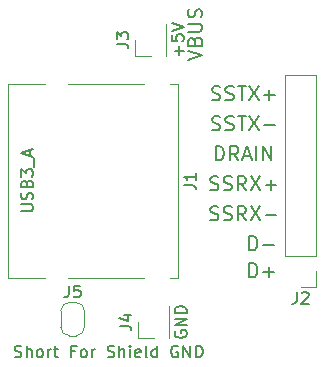
<source format=gbr>
%TF.GenerationSoftware,KiCad,Pcbnew,5.1.6+dfsg1-1*%
%TF.CreationDate,2021-09-27T21:48:19-05:00*%
%TF.ProjectId,USB-BREAKOUT,5553422d-4252-4454-914b-4f55542e6b69,rev?*%
%TF.SameCoordinates,Original*%
%TF.FileFunction,Legend,Top*%
%TF.FilePolarity,Positive*%
%FSLAX46Y46*%
G04 Gerber Fmt 4.6, Leading zero omitted, Abs format (unit mm)*
G04 Created by KiCad (PCBNEW 5.1.6+dfsg1-1) date 2021-09-27 21:48:19*
%MOMM*%
%LPD*%
G01*
G04 APERTURE LIST*
%ADD10C,0.150000*%
%ADD11C,0.120000*%
G04 APERTURE END LIST*
D10*
X91798857Y-53000000D02*
X92998857Y-52600000D01*
X91798857Y-52200000D01*
X92370285Y-51400000D02*
X92427428Y-51228571D01*
X92484571Y-51171428D01*
X92598857Y-51114285D01*
X92770285Y-51114285D01*
X92884571Y-51171428D01*
X92941714Y-51228571D01*
X92998857Y-51342857D01*
X92998857Y-51800000D01*
X91798857Y-51800000D01*
X91798857Y-51400000D01*
X91856000Y-51285714D01*
X91913142Y-51228571D01*
X92027428Y-51171428D01*
X92141714Y-51171428D01*
X92256000Y-51228571D01*
X92313142Y-51285714D01*
X92370285Y-51400000D01*
X92370285Y-51800000D01*
X91798857Y-50600000D02*
X92770285Y-50600000D01*
X92884571Y-50542857D01*
X92941714Y-50485714D01*
X92998857Y-50371428D01*
X92998857Y-50142857D01*
X92941714Y-50028571D01*
X92884571Y-49971428D01*
X92770285Y-49914285D01*
X91798857Y-49914285D01*
X92941714Y-49400000D02*
X92998857Y-49228571D01*
X92998857Y-48942857D01*
X92941714Y-48828571D01*
X92884571Y-48771428D01*
X92770285Y-48714285D01*
X92656000Y-48714285D01*
X92541714Y-48771428D01*
X92484571Y-48828571D01*
X92427428Y-48942857D01*
X92370285Y-49171428D01*
X92313142Y-49285714D01*
X92256000Y-49342857D01*
X92141714Y-49400000D01*
X92027428Y-49400000D01*
X91913142Y-49342857D01*
X91856000Y-49285714D01*
X91798857Y-49171428D01*
X91798857Y-48885714D01*
X91856000Y-48714285D01*
X96986857Y-69122857D02*
X96986857Y-67922857D01*
X97272571Y-67922857D01*
X97444000Y-67980000D01*
X97558285Y-68094285D01*
X97615428Y-68208571D01*
X97672571Y-68437142D01*
X97672571Y-68608571D01*
X97615428Y-68837142D01*
X97558285Y-68951428D01*
X97444000Y-69065714D01*
X97272571Y-69122857D01*
X96986857Y-69122857D01*
X98186857Y-68665714D02*
X99101142Y-68665714D01*
X96986857Y-71408857D02*
X96986857Y-70208857D01*
X97272571Y-70208857D01*
X97444000Y-70266000D01*
X97558285Y-70380285D01*
X97615428Y-70494571D01*
X97672571Y-70723142D01*
X97672571Y-70894571D01*
X97615428Y-71123142D01*
X97558285Y-71237428D01*
X97444000Y-71351714D01*
X97272571Y-71408857D01*
X96986857Y-71408857D01*
X98186857Y-70951714D02*
X99101142Y-70951714D01*
X98644000Y-71408857D02*
X98644000Y-70494571D01*
X93691428Y-66525714D02*
X93862857Y-66582857D01*
X94148571Y-66582857D01*
X94262857Y-66525714D01*
X94320000Y-66468571D01*
X94377142Y-66354285D01*
X94377142Y-66240000D01*
X94320000Y-66125714D01*
X94262857Y-66068571D01*
X94148571Y-66011428D01*
X93920000Y-65954285D01*
X93805714Y-65897142D01*
X93748571Y-65840000D01*
X93691428Y-65725714D01*
X93691428Y-65611428D01*
X93748571Y-65497142D01*
X93805714Y-65440000D01*
X93920000Y-65382857D01*
X94205714Y-65382857D01*
X94377142Y-65440000D01*
X94834285Y-66525714D02*
X95005714Y-66582857D01*
X95291428Y-66582857D01*
X95405714Y-66525714D01*
X95462857Y-66468571D01*
X95520000Y-66354285D01*
X95520000Y-66240000D01*
X95462857Y-66125714D01*
X95405714Y-66068571D01*
X95291428Y-66011428D01*
X95062857Y-65954285D01*
X94948571Y-65897142D01*
X94891428Y-65840000D01*
X94834285Y-65725714D01*
X94834285Y-65611428D01*
X94891428Y-65497142D01*
X94948571Y-65440000D01*
X95062857Y-65382857D01*
X95348571Y-65382857D01*
X95520000Y-65440000D01*
X96720000Y-66582857D02*
X96320000Y-66011428D01*
X96034285Y-66582857D02*
X96034285Y-65382857D01*
X96491428Y-65382857D01*
X96605714Y-65440000D01*
X96662857Y-65497142D01*
X96720000Y-65611428D01*
X96720000Y-65782857D01*
X96662857Y-65897142D01*
X96605714Y-65954285D01*
X96491428Y-66011428D01*
X96034285Y-66011428D01*
X97120000Y-65382857D02*
X97920000Y-66582857D01*
X97920000Y-65382857D02*
X97120000Y-66582857D01*
X98377142Y-66125714D02*
X99291428Y-66125714D01*
X93691428Y-63985714D02*
X93862857Y-64042857D01*
X94148571Y-64042857D01*
X94262857Y-63985714D01*
X94320000Y-63928571D01*
X94377142Y-63814285D01*
X94377142Y-63700000D01*
X94320000Y-63585714D01*
X94262857Y-63528571D01*
X94148571Y-63471428D01*
X93920000Y-63414285D01*
X93805714Y-63357142D01*
X93748571Y-63300000D01*
X93691428Y-63185714D01*
X93691428Y-63071428D01*
X93748571Y-62957142D01*
X93805714Y-62900000D01*
X93920000Y-62842857D01*
X94205714Y-62842857D01*
X94377142Y-62900000D01*
X94834285Y-63985714D02*
X95005714Y-64042857D01*
X95291428Y-64042857D01*
X95405714Y-63985714D01*
X95462857Y-63928571D01*
X95520000Y-63814285D01*
X95520000Y-63700000D01*
X95462857Y-63585714D01*
X95405714Y-63528571D01*
X95291428Y-63471428D01*
X95062857Y-63414285D01*
X94948571Y-63357142D01*
X94891428Y-63300000D01*
X94834285Y-63185714D01*
X94834285Y-63071428D01*
X94891428Y-62957142D01*
X94948571Y-62900000D01*
X95062857Y-62842857D01*
X95348571Y-62842857D01*
X95520000Y-62900000D01*
X96720000Y-64042857D02*
X96320000Y-63471428D01*
X96034285Y-64042857D02*
X96034285Y-62842857D01*
X96491428Y-62842857D01*
X96605714Y-62900000D01*
X96662857Y-62957142D01*
X96720000Y-63071428D01*
X96720000Y-63242857D01*
X96662857Y-63357142D01*
X96605714Y-63414285D01*
X96491428Y-63471428D01*
X96034285Y-63471428D01*
X97120000Y-62842857D02*
X97920000Y-64042857D01*
X97920000Y-62842857D02*
X97120000Y-64042857D01*
X98377142Y-63585714D02*
X99291428Y-63585714D01*
X98834285Y-64042857D02*
X98834285Y-63128571D01*
X94177142Y-61502857D02*
X94177142Y-60302857D01*
X94462857Y-60302857D01*
X94634285Y-60360000D01*
X94748571Y-60474285D01*
X94805714Y-60588571D01*
X94862857Y-60817142D01*
X94862857Y-60988571D01*
X94805714Y-61217142D01*
X94748571Y-61331428D01*
X94634285Y-61445714D01*
X94462857Y-61502857D01*
X94177142Y-61502857D01*
X96062857Y-61502857D02*
X95662857Y-60931428D01*
X95377142Y-61502857D02*
X95377142Y-60302857D01*
X95834285Y-60302857D01*
X95948571Y-60360000D01*
X96005714Y-60417142D01*
X96062857Y-60531428D01*
X96062857Y-60702857D01*
X96005714Y-60817142D01*
X95948571Y-60874285D01*
X95834285Y-60931428D01*
X95377142Y-60931428D01*
X96520000Y-61160000D02*
X97091428Y-61160000D01*
X96405714Y-61502857D02*
X96805714Y-60302857D01*
X97205714Y-61502857D01*
X97605714Y-61502857D02*
X97605714Y-60302857D01*
X98177142Y-61502857D02*
X98177142Y-60302857D01*
X98862857Y-61502857D01*
X98862857Y-60302857D01*
X93834285Y-58905714D02*
X94005714Y-58962857D01*
X94291428Y-58962857D01*
X94405714Y-58905714D01*
X94462857Y-58848571D01*
X94520000Y-58734285D01*
X94520000Y-58620000D01*
X94462857Y-58505714D01*
X94405714Y-58448571D01*
X94291428Y-58391428D01*
X94062857Y-58334285D01*
X93948571Y-58277142D01*
X93891428Y-58220000D01*
X93834285Y-58105714D01*
X93834285Y-57991428D01*
X93891428Y-57877142D01*
X93948571Y-57820000D01*
X94062857Y-57762857D01*
X94348571Y-57762857D01*
X94520000Y-57820000D01*
X94977142Y-58905714D02*
X95148571Y-58962857D01*
X95434285Y-58962857D01*
X95548571Y-58905714D01*
X95605714Y-58848571D01*
X95662857Y-58734285D01*
X95662857Y-58620000D01*
X95605714Y-58505714D01*
X95548571Y-58448571D01*
X95434285Y-58391428D01*
X95205714Y-58334285D01*
X95091428Y-58277142D01*
X95034285Y-58220000D01*
X94977142Y-58105714D01*
X94977142Y-57991428D01*
X95034285Y-57877142D01*
X95091428Y-57820000D01*
X95205714Y-57762857D01*
X95491428Y-57762857D01*
X95662857Y-57820000D01*
X96005714Y-57762857D02*
X96691428Y-57762857D01*
X96348571Y-58962857D02*
X96348571Y-57762857D01*
X96977142Y-57762857D02*
X97777142Y-58962857D01*
X97777142Y-57762857D02*
X96977142Y-58962857D01*
X98234285Y-58505714D02*
X99148571Y-58505714D01*
X93834285Y-56365714D02*
X94005714Y-56422857D01*
X94291428Y-56422857D01*
X94405714Y-56365714D01*
X94462857Y-56308571D01*
X94520000Y-56194285D01*
X94520000Y-56080000D01*
X94462857Y-55965714D01*
X94405714Y-55908571D01*
X94291428Y-55851428D01*
X94062857Y-55794285D01*
X93948571Y-55737142D01*
X93891428Y-55680000D01*
X93834285Y-55565714D01*
X93834285Y-55451428D01*
X93891428Y-55337142D01*
X93948571Y-55280000D01*
X94062857Y-55222857D01*
X94348571Y-55222857D01*
X94520000Y-55280000D01*
X94977142Y-56365714D02*
X95148571Y-56422857D01*
X95434285Y-56422857D01*
X95548571Y-56365714D01*
X95605714Y-56308571D01*
X95662857Y-56194285D01*
X95662857Y-56080000D01*
X95605714Y-55965714D01*
X95548571Y-55908571D01*
X95434285Y-55851428D01*
X95205714Y-55794285D01*
X95091428Y-55737142D01*
X95034285Y-55680000D01*
X94977142Y-55565714D01*
X94977142Y-55451428D01*
X95034285Y-55337142D01*
X95091428Y-55280000D01*
X95205714Y-55222857D01*
X95491428Y-55222857D01*
X95662857Y-55280000D01*
X96005714Y-55222857D02*
X96691428Y-55222857D01*
X96348571Y-56422857D02*
X96348571Y-55222857D01*
X96977142Y-55222857D02*
X97777142Y-56422857D01*
X97777142Y-55222857D02*
X96977142Y-56422857D01*
X98234285Y-55965714D02*
X99148571Y-55965714D01*
X98691428Y-56422857D02*
X98691428Y-55508571D01*
D11*
%TO.C,J1*%
X76606000Y-55046000D02*
X76606000Y-71446000D01*
X76606000Y-71446000D02*
X79716000Y-71446000D01*
X76606000Y-55046000D02*
X79716000Y-55046000D01*
X81616000Y-55046000D02*
X88066000Y-55046000D01*
X81616000Y-71446000D02*
X88066000Y-71446000D01*
X90976000Y-55046000D02*
X90976000Y-71446000D01*
X90976000Y-71446000D02*
X90266000Y-71446000D01*
X90976000Y-55046000D02*
X90266000Y-55046000D01*
%TO.C,J3*%
X89976000Y-52638000D02*
X89976000Y-49978000D01*
X89916000Y-52638000D02*
X89976000Y-52638000D01*
X89916000Y-49978000D02*
X89976000Y-49978000D01*
X89916000Y-52638000D02*
X89916000Y-49978000D01*
X88646000Y-52638000D02*
X87316000Y-52638000D01*
X87316000Y-52638000D02*
X87316000Y-51308000D01*
%TO.C,J4*%
X90230000Y-76514000D02*
X90230000Y-73854000D01*
X90170000Y-76514000D02*
X90230000Y-76514000D01*
X90170000Y-73854000D02*
X90230000Y-73854000D01*
X90170000Y-76514000D02*
X90170000Y-73854000D01*
X88900000Y-76514000D02*
X87570000Y-76514000D01*
X87570000Y-76514000D02*
X87570000Y-75184000D01*
%TO.C,J2*%
X102676000Y-54296000D02*
X100016000Y-54296000D01*
X102676000Y-69596000D02*
X102676000Y-54296000D01*
X100016000Y-69596000D02*
X100016000Y-54296000D01*
X102676000Y-69596000D02*
X100016000Y-69596000D01*
X102676000Y-70866000D02*
X102676000Y-72196000D01*
X102676000Y-72196000D02*
X101346000Y-72196000D01*
%TO.C,J5*%
X82342000Y-73530000D02*
G75*
G02*
X83042000Y-74230000I0J-700000D01*
G01*
X81042000Y-74230000D02*
G75*
G02*
X81742000Y-73530000I700000J0D01*
G01*
X81742000Y-76330000D02*
G75*
G02*
X81042000Y-75630000I0J700000D01*
G01*
X83042000Y-75630000D02*
G75*
G02*
X82342000Y-76330000I-700000J0D01*
G01*
X81742000Y-73530000D02*
X82342000Y-73530000D01*
X81042000Y-75630000D02*
X81042000Y-74230000D01*
X82342000Y-76330000D02*
X81742000Y-76330000D01*
X83042000Y-74230000D02*
X83042000Y-75630000D01*
%TO.C,J1*%
D10*
X91468380Y-63579333D02*
X92182666Y-63579333D01*
X92325523Y-63626952D01*
X92420761Y-63722190D01*
X92468380Y-63865047D01*
X92468380Y-63960285D01*
X92468380Y-62579333D02*
X92468380Y-63150761D01*
X92468380Y-62865047D02*
X91468380Y-62865047D01*
X91611238Y-62960285D01*
X91706476Y-63055523D01*
X91754095Y-63150761D01*
X77684380Y-65793619D02*
X78493904Y-65793619D01*
X78589142Y-65746000D01*
X78636761Y-65698380D01*
X78684380Y-65603142D01*
X78684380Y-65412666D01*
X78636761Y-65317428D01*
X78589142Y-65269809D01*
X78493904Y-65222190D01*
X77684380Y-65222190D01*
X78636761Y-64793619D02*
X78684380Y-64650761D01*
X78684380Y-64412666D01*
X78636761Y-64317428D01*
X78589142Y-64269809D01*
X78493904Y-64222190D01*
X78398666Y-64222190D01*
X78303428Y-64269809D01*
X78255809Y-64317428D01*
X78208190Y-64412666D01*
X78160571Y-64603142D01*
X78112952Y-64698380D01*
X78065333Y-64746000D01*
X77970095Y-64793619D01*
X77874857Y-64793619D01*
X77779619Y-64746000D01*
X77732000Y-64698380D01*
X77684380Y-64603142D01*
X77684380Y-64365047D01*
X77732000Y-64222190D01*
X78160571Y-63460285D02*
X78208190Y-63317428D01*
X78255809Y-63269809D01*
X78351047Y-63222190D01*
X78493904Y-63222190D01*
X78589142Y-63269809D01*
X78636761Y-63317428D01*
X78684380Y-63412666D01*
X78684380Y-63793619D01*
X77684380Y-63793619D01*
X77684380Y-63460285D01*
X77732000Y-63365047D01*
X77779619Y-63317428D01*
X77874857Y-63269809D01*
X77970095Y-63269809D01*
X78065333Y-63317428D01*
X78112952Y-63365047D01*
X78160571Y-63460285D01*
X78160571Y-63793619D01*
X77684380Y-62888857D02*
X77684380Y-62269809D01*
X78065333Y-62603142D01*
X78065333Y-62460285D01*
X78112952Y-62365047D01*
X78160571Y-62317428D01*
X78255809Y-62269809D01*
X78493904Y-62269809D01*
X78589142Y-62317428D01*
X78636761Y-62365047D01*
X78684380Y-62460285D01*
X78684380Y-62746000D01*
X78636761Y-62841238D01*
X78589142Y-62888857D01*
X78779619Y-62079333D02*
X78779619Y-61317428D01*
X78398666Y-61126952D02*
X78398666Y-60650761D01*
X78684380Y-61222190D02*
X77684380Y-60888857D01*
X78684380Y-60555523D01*
%TO.C,J3*%
X85768380Y-51641333D02*
X86482666Y-51641333D01*
X86625523Y-51688952D01*
X86720761Y-51784190D01*
X86768380Y-51927047D01*
X86768380Y-52022285D01*
X85768380Y-51260380D02*
X85768380Y-50641333D01*
X86149333Y-50974666D01*
X86149333Y-50831809D01*
X86196952Y-50736571D01*
X86244571Y-50688952D01*
X86339809Y-50641333D01*
X86577904Y-50641333D01*
X86673142Y-50688952D01*
X86720761Y-50736571D01*
X86768380Y-50831809D01*
X86768380Y-51117523D01*
X86720761Y-51212761D01*
X86673142Y-51260380D01*
X91047428Y-52593714D02*
X91047428Y-51831809D01*
X91428380Y-52212761D02*
X90666476Y-52212761D01*
X90428380Y-50879428D02*
X90428380Y-51355619D01*
X90904571Y-51403238D01*
X90856952Y-51355619D01*
X90809333Y-51260380D01*
X90809333Y-51022285D01*
X90856952Y-50927047D01*
X90904571Y-50879428D01*
X90999809Y-50831809D01*
X91237904Y-50831809D01*
X91333142Y-50879428D01*
X91380761Y-50927047D01*
X91428380Y-51022285D01*
X91428380Y-51260380D01*
X91380761Y-51355619D01*
X91333142Y-51403238D01*
X90428380Y-50546095D02*
X91428380Y-50212761D01*
X90428380Y-49879428D01*
%TO.C,J4*%
X86022380Y-75517333D02*
X86736666Y-75517333D01*
X86879523Y-75564952D01*
X86974761Y-75660190D01*
X87022380Y-75803047D01*
X87022380Y-75898285D01*
X86355714Y-74612571D02*
X87022380Y-74612571D01*
X85974761Y-74850666D02*
X86689047Y-75088761D01*
X86689047Y-74469714D01*
X90730000Y-75945904D02*
X90682380Y-76041142D01*
X90682380Y-76184000D01*
X90730000Y-76326857D01*
X90825238Y-76422095D01*
X90920476Y-76469714D01*
X91110952Y-76517333D01*
X91253809Y-76517333D01*
X91444285Y-76469714D01*
X91539523Y-76422095D01*
X91634761Y-76326857D01*
X91682380Y-76184000D01*
X91682380Y-76088761D01*
X91634761Y-75945904D01*
X91587142Y-75898285D01*
X91253809Y-75898285D01*
X91253809Y-76088761D01*
X91682380Y-75469714D02*
X90682380Y-75469714D01*
X91682380Y-74898285D01*
X90682380Y-74898285D01*
X91682380Y-74422095D02*
X90682380Y-74422095D01*
X90682380Y-74184000D01*
X90730000Y-74041142D01*
X90825238Y-73945904D01*
X90920476Y-73898285D01*
X91110952Y-73850666D01*
X91253809Y-73850666D01*
X91444285Y-73898285D01*
X91539523Y-73945904D01*
X91634761Y-74041142D01*
X91682380Y-74184000D01*
X91682380Y-74422095D01*
%TO.C,J2*%
X101012666Y-72648380D02*
X101012666Y-73362666D01*
X100965047Y-73505523D01*
X100869809Y-73600761D01*
X100726952Y-73648380D01*
X100631714Y-73648380D01*
X101441238Y-72743619D02*
X101488857Y-72696000D01*
X101584095Y-72648380D01*
X101822190Y-72648380D01*
X101917428Y-72696000D01*
X101965047Y-72743619D01*
X102012666Y-72838857D01*
X102012666Y-72934095D01*
X101965047Y-73076952D01*
X101393619Y-73648380D01*
X102012666Y-73648380D01*
%TO.C,J5*%
X81708666Y-72096380D02*
X81708666Y-72810666D01*
X81661047Y-72953523D01*
X81565809Y-73048761D01*
X81422952Y-73096380D01*
X81327714Y-73096380D01*
X82661047Y-72096380D02*
X82184857Y-72096380D01*
X82137238Y-72572571D01*
X82184857Y-72524952D01*
X82280095Y-72477333D01*
X82518190Y-72477333D01*
X82613428Y-72524952D01*
X82661047Y-72572571D01*
X82708666Y-72667809D01*
X82708666Y-72905904D01*
X82661047Y-73001142D01*
X82613428Y-73048761D01*
X82518190Y-73096380D01*
X82280095Y-73096380D01*
X82184857Y-73048761D01*
X82137238Y-73001142D01*
X77137619Y-78128761D02*
X77280476Y-78176380D01*
X77518571Y-78176380D01*
X77613809Y-78128761D01*
X77661428Y-78081142D01*
X77709047Y-77985904D01*
X77709047Y-77890666D01*
X77661428Y-77795428D01*
X77613809Y-77747809D01*
X77518571Y-77700190D01*
X77328095Y-77652571D01*
X77232857Y-77604952D01*
X77185238Y-77557333D01*
X77137619Y-77462095D01*
X77137619Y-77366857D01*
X77185238Y-77271619D01*
X77232857Y-77224000D01*
X77328095Y-77176380D01*
X77566190Y-77176380D01*
X77709047Y-77224000D01*
X78137619Y-78176380D02*
X78137619Y-77176380D01*
X78566190Y-78176380D02*
X78566190Y-77652571D01*
X78518571Y-77557333D01*
X78423333Y-77509714D01*
X78280476Y-77509714D01*
X78185238Y-77557333D01*
X78137619Y-77604952D01*
X79185238Y-78176380D02*
X79090000Y-78128761D01*
X79042380Y-78081142D01*
X78994761Y-77985904D01*
X78994761Y-77700190D01*
X79042380Y-77604952D01*
X79090000Y-77557333D01*
X79185238Y-77509714D01*
X79328095Y-77509714D01*
X79423333Y-77557333D01*
X79470952Y-77604952D01*
X79518571Y-77700190D01*
X79518571Y-77985904D01*
X79470952Y-78081142D01*
X79423333Y-78128761D01*
X79328095Y-78176380D01*
X79185238Y-78176380D01*
X79947142Y-78176380D02*
X79947142Y-77509714D01*
X79947142Y-77700190D02*
X79994761Y-77604952D01*
X80042380Y-77557333D01*
X80137619Y-77509714D01*
X80232857Y-77509714D01*
X80423333Y-77509714D02*
X80804285Y-77509714D01*
X80566190Y-77176380D02*
X80566190Y-78033523D01*
X80613809Y-78128761D01*
X80709047Y-78176380D01*
X80804285Y-78176380D01*
X82232857Y-77652571D02*
X81899523Y-77652571D01*
X81899523Y-78176380D02*
X81899523Y-77176380D01*
X82375714Y-77176380D01*
X82899523Y-78176380D02*
X82804285Y-78128761D01*
X82756666Y-78081142D01*
X82709047Y-77985904D01*
X82709047Y-77700190D01*
X82756666Y-77604952D01*
X82804285Y-77557333D01*
X82899523Y-77509714D01*
X83042380Y-77509714D01*
X83137619Y-77557333D01*
X83185238Y-77604952D01*
X83232857Y-77700190D01*
X83232857Y-77985904D01*
X83185238Y-78081142D01*
X83137619Y-78128761D01*
X83042380Y-78176380D01*
X82899523Y-78176380D01*
X83661428Y-78176380D02*
X83661428Y-77509714D01*
X83661428Y-77700190D02*
X83709047Y-77604952D01*
X83756666Y-77557333D01*
X83851904Y-77509714D01*
X83947142Y-77509714D01*
X84994761Y-78128761D02*
X85137619Y-78176380D01*
X85375714Y-78176380D01*
X85470952Y-78128761D01*
X85518571Y-78081142D01*
X85566190Y-77985904D01*
X85566190Y-77890666D01*
X85518571Y-77795428D01*
X85470952Y-77747809D01*
X85375714Y-77700190D01*
X85185238Y-77652571D01*
X85090000Y-77604952D01*
X85042380Y-77557333D01*
X84994761Y-77462095D01*
X84994761Y-77366857D01*
X85042380Y-77271619D01*
X85090000Y-77224000D01*
X85185238Y-77176380D01*
X85423333Y-77176380D01*
X85566190Y-77224000D01*
X85994761Y-78176380D02*
X85994761Y-77176380D01*
X86423333Y-78176380D02*
X86423333Y-77652571D01*
X86375714Y-77557333D01*
X86280476Y-77509714D01*
X86137619Y-77509714D01*
X86042380Y-77557333D01*
X85994761Y-77604952D01*
X86899523Y-78176380D02*
X86899523Y-77509714D01*
X86899523Y-77176380D02*
X86851904Y-77224000D01*
X86899523Y-77271619D01*
X86947142Y-77224000D01*
X86899523Y-77176380D01*
X86899523Y-77271619D01*
X87756666Y-78128761D02*
X87661428Y-78176380D01*
X87470952Y-78176380D01*
X87375714Y-78128761D01*
X87328095Y-78033523D01*
X87328095Y-77652571D01*
X87375714Y-77557333D01*
X87470952Y-77509714D01*
X87661428Y-77509714D01*
X87756666Y-77557333D01*
X87804285Y-77652571D01*
X87804285Y-77747809D01*
X87328095Y-77843047D01*
X88375714Y-78176380D02*
X88280476Y-78128761D01*
X88232857Y-78033523D01*
X88232857Y-77176380D01*
X89185238Y-78176380D02*
X89185238Y-77176380D01*
X89185238Y-78128761D02*
X89090000Y-78176380D01*
X88899523Y-78176380D01*
X88804285Y-78128761D01*
X88756666Y-78081142D01*
X88709047Y-77985904D01*
X88709047Y-77700190D01*
X88756666Y-77604952D01*
X88804285Y-77557333D01*
X88899523Y-77509714D01*
X89090000Y-77509714D01*
X89185238Y-77557333D01*
X90947142Y-77224000D02*
X90851904Y-77176380D01*
X90709047Y-77176380D01*
X90566190Y-77224000D01*
X90470952Y-77319238D01*
X90423333Y-77414476D01*
X90375714Y-77604952D01*
X90375714Y-77747809D01*
X90423333Y-77938285D01*
X90470952Y-78033523D01*
X90566190Y-78128761D01*
X90709047Y-78176380D01*
X90804285Y-78176380D01*
X90947142Y-78128761D01*
X90994761Y-78081142D01*
X90994761Y-77747809D01*
X90804285Y-77747809D01*
X91423333Y-78176380D02*
X91423333Y-77176380D01*
X91994761Y-78176380D01*
X91994761Y-77176380D01*
X92470952Y-78176380D02*
X92470952Y-77176380D01*
X92709047Y-77176380D01*
X92851904Y-77224000D01*
X92947142Y-77319238D01*
X92994761Y-77414476D01*
X93042380Y-77604952D01*
X93042380Y-77747809D01*
X92994761Y-77938285D01*
X92947142Y-78033523D01*
X92851904Y-78128761D01*
X92709047Y-78176380D01*
X92470952Y-78176380D01*
%TD*%
M02*

</source>
